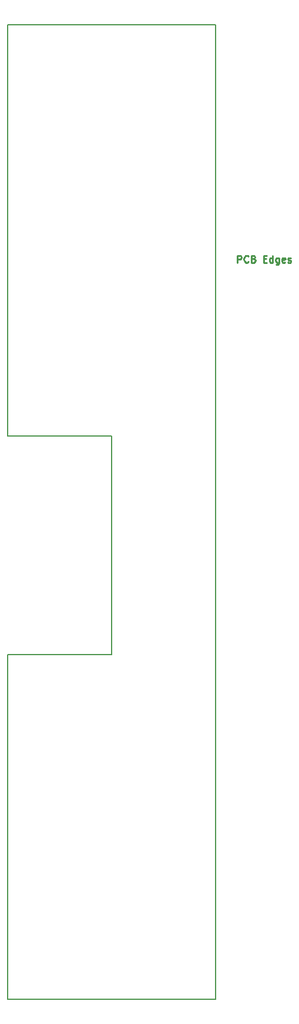
<source format=gbr>
G04 (created by PCBNEW (2013-mar-13)-testing) date Fri 03 May 2013 14:03:15 BST*
%MOIN*%
G04 Gerber Fmt 3.4, Leading zero omitted, Abs format*
%FSLAX34Y34*%
G01*
G70*
G90*
G04 APERTURE LIST*
%ADD10C,0.006*%
%ADD11C,0.00984252*%
%ADD12C,0.00590551*%
G04 APERTURE END LIST*
G54D10*
G54D11*
X22939Y-35237D02*
X22939Y-34843D01*
X23089Y-34843D01*
X23127Y-34862D01*
X23145Y-34880D01*
X23164Y-34918D01*
X23164Y-34974D01*
X23145Y-35012D01*
X23127Y-35030D01*
X23089Y-35049D01*
X22939Y-35049D01*
X23558Y-35199D02*
X23539Y-35218D01*
X23483Y-35237D01*
X23445Y-35237D01*
X23389Y-35218D01*
X23352Y-35180D01*
X23333Y-35143D01*
X23314Y-35068D01*
X23314Y-35012D01*
X23333Y-34937D01*
X23352Y-34899D01*
X23389Y-34862D01*
X23445Y-34843D01*
X23483Y-34843D01*
X23539Y-34862D01*
X23558Y-34880D01*
X23858Y-35030D02*
X23914Y-35049D01*
X23933Y-35068D01*
X23952Y-35105D01*
X23952Y-35162D01*
X23933Y-35199D01*
X23914Y-35218D01*
X23877Y-35237D01*
X23727Y-35237D01*
X23727Y-34843D01*
X23858Y-34843D01*
X23895Y-34862D01*
X23914Y-34880D01*
X23933Y-34918D01*
X23933Y-34955D01*
X23914Y-34993D01*
X23895Y-35012D01*
X23858Y-35030D01*
X23727Y-35030D01*
X24420Y-35030D02*
X24551Y-35030D01*
X24608Y-35237D02*
X24420Y-35237D01*
X24420Y-34843D01*
X24608Y-34843D01*
X24945Y-35237D02*
X24945Y-34843D01*
X24945Y-35218D02*
X24908Y-35237D01*
X24833Y-35237D01*
X24795Y-35218D01*
X24776Y-35199D01*
X24758Y-35162D01*
X24758Y-35049D01*
X24776Y-35012D01*
X24795Y-34993D01*
X24833Y-34974D01*
X24908Y-34974D01*
X24945Y-34993D01*
X25301Y-34974D02*
X25301Y-35293D01*
X25283Y-35330D01*
X25264Y-35349D01*
X25226Y-35368D01*
X25170Y-35368D01*
X25133Y-35349D01*
X25301Y-35218D02*
X25264Y-35237D01*
X25189Y-35237D01*
X25151Y-35218D01*
X25133Y-35199D01*
X25114Y-35162D01*
X25114Y-35049D01*
X25133Y-35012D01*
X25151Y-34993D01*
X25189Y-34974D01*
X25264Y-34974D01*
X25301Y-34993D01*
X25639Y-35218D02*
X25601Y-35237D01*
X25526Y-35237D01*
X25489Y-35218D01*
X25470Y-35180D01*
X25470Y-35030D01*
X25489Y-34993D01*
X25526Y-34974D01*
X25601Y-34974D01*
X25639Y-34993D01*
X25658Y-35030D01*
X25658Y-35068D01*
X25470Y-35105D01*
X25808Y-35218D02*
X25845Y-35237D01*
X25920Y-35237D01*
X25958Y-35218D01*
X25976Y-35180D01*
X25976Y-35162D01*
X25958Y-35124D01*
X25920Y-35105D01*
X25864Y-35105D01*
X25826Y-35087D01*
X25808Y-35049D01*
X25808Y-35030D01*
X25826Y-34993D01*
X25864Y-34974D01*
X25920Y-34974D01*
X25958Y-34993D01*
G54D12*
X15799Y-57421D02*
X15811Y-57421D01*
X15799Y-45059D02*
X15799Y-57421D01*
X9901Y-45059D02*
X9901Y-45007D01*
X15791Y-45059D02*
X9901Y-45059D01*
X15787Y-57417D02*
X15791Y-57417D01*
X21712Y-21791D02*
X9901Y-21791D01*
X21712Y-76909D02*
X21712Y-21791D01*
X9901Y-76909D02*
X21712Y-76909D01*
X9901Y-57421D02*
X9901Y-76909D01*
X15807Y-57421D02*
X9901Y-57421D01*
X9901Y-21791D02*
X9901Y-45019D01*
M02*

</source>
